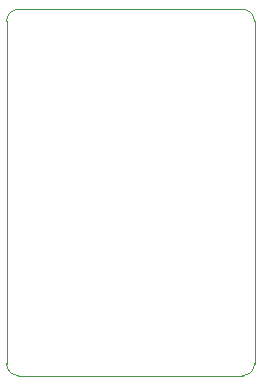
<source format=gbr>
%TF.GenerationSoftware,KiCad,Pcbnew,9.0.3-9.0.3-0~ubuntu24.04.1*%
%TF.CreationDate,2025-10-28T20:09:38+01:00*%
%TF.ProjectId,ant control board v2,616e7420-636f-46e7-9472-6f6c20626f61,2.0*%
%TF.SameCoordinates,Original*%
%TF.FileFunction,Profile,NP*%
%FSLAX46Y46*%
G04 Gerber Fmt 4.6, Leading zero omitted, Abs format (unit mm)*
G04 Created by KiCad (PCBNEW 9.0.3-9.0.3-0~ubuntu24.04.1) date 2025-10-28 20:09:38*
%MOMM*%
%LPD*%
G01*
G04 APERTURE LIST*
%TA.AperFunction,Profile*%
%ADD10C,0.050000*%
%TD*%
G04 APERTURE END LIST*
D10*
X119000000Y-110000000D02*
X100000000Y-110000000D01*
X99000000Y-111000000D02*
G75*
G02*
X100000000Y-110000000I1000000J0D01*
G01*
X120000000Y-140000000D02*
X120000000Y-111000000D01*
X100000000Y-141000000D02*
X119000000Y-141000000D01*
X99000000Y-111000000D02*
X99000000Y-140000000D01*
X120000000Y-140000000D02*
G75*
G02*
X119000000Y-141000000I-1000000J0D01*
G01*
X100000000Y-141000000D02*
G75*
G02*
X99000000Y-140000000I0J1000000D01*
G01*
X119000000Y-110000000D02*
G75*
G02*
X120000000Y-111000000I0J-1000000D01*
G01*
M02*

</source>
